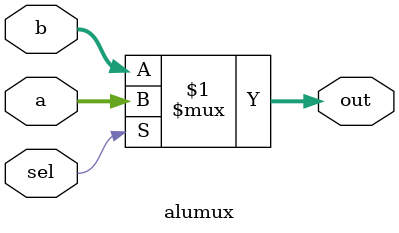
<source format=v>
module alumux (a,b,sel,out);
input [31:0] a,b;
input sel;
output [31:0] out;  
assign out = (sel) ? a : b;
endmodule //alumux
</source>
